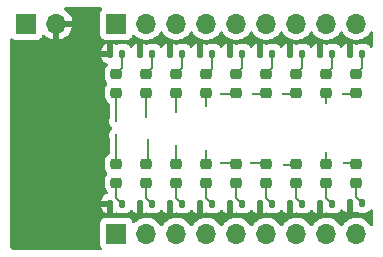
<source format=gbr>
%TF.GenerationSoftware,KiCad,Pcbnew,(6.0.9)*%
%TF.CreationDate,2024-05-18T22:59:34+02:00*%
%TF.ProjectId,Breadboard-byte-leds,42726561-6462-46f6-9172-642d62797465,rev?*%
%TF.SameCoordinates,Original*%
%TF.FileFunction,Copper,L1,Top*%
%TF.FilePolarity,Positive*%
%FSLAX46Y46*%
G04 Gerber Fmt 4.6, Leading zero omitted, Abs format (unit mm)*
G04 Created by KiCad (PCBNEW (6.0.9)) date 2024-05-18 22:59:34*
%MOMM*%
%LPD*%
G01*
G04 APERTURE LIST*
G04 Aperture macros list*
%AMRoundRect*
0 Rectangle with rounded corners*
0 $1 Rounding radius*
0 $2 $3 $4 $5 $6 $7 $8 $9 X,Y pos of 4 corners*
0 Add a 4 corners polygon primitive as box body*
4,1,4,$2,$3,$4,$5,$6,$7,$8,$9,$2,$3,0*
0 Add four circle primitives for the rounded corners*
1,1,$1+$1,$2,$3*
1,1,$1+$1,$4,$5*
1,1,$1+$1,$6,$7*
1,1,$1+$1,$8,$9*
0 Add four rect primitives between the rounded corners*
20,1,$1+$1,$2,$3,$4,$5,0*
20,1,$1+$1,$4,$5,$6,$7,0*
20,1,$1+$1,$6,$7,$8,$9,0*
20,1,$1+$1,$8,$9,$2,$3,0*%
G04 Aperture macros list end*
%TA.AperFunction,SMDPad,CuDef*%
%ADD10RoundRect,0.135000X-0.135000X-0.185000X0.135000X-0.185000X0.135000X0.185000X-0.135000X0.185000X0*%
%TD*%
%TA.AperFunction,SMDPad,CuDef*%
%ADD11RoundRect,0.218750X-0.256250X0.218750X-0.256250X-0.218750X0.256250X-0.218750X0.256250X0.218750X0*%
%TD*%
%TA.AperFunction,SMDPad,CuDef*%
%ADD12RoundRect,0.218750X0.256250X-0.218750X0.256250X0.218750X-0.256250X0.218750X-0.256250X-0.218750X0*%
%TD*%
%TA.AperFunction,ComponentPad*%
%ADD13R,1.700000X1.700000*%
%TD*%
%TA.AperFunction,ComponentPad*%
%ADD14O,1.700000X1.700000*%
%TD*%
%TA.AperFunction,ViaPad*%
%ADD15C,0.250000*%
%TD*%
%TA.AperFunction,Conductor*%
%ADD16C,0.127000*%
%TD*%
G04 APERTURE END LIST*
D10*
%TO.P,R19,1*%
%TO.N,+3.3V*%
X149350000Y-83820000D03*
%TO.P,R19,2*%
%TO.N,Net-(D10-Pad2)*%
X150370000Y-83820000D03*
%TD*%
D11*
%TO.P,D12,1,K*%
%TO.N,Net-(D12-Pad1)*%
X154940000Y-80492500D03*
%TO.P,D12,2,A*%
%TO.N,Net-(D12-Pad2)*%
X154940000Y-82067500D03*
%TD*%
D12*
%TO.P,D4,1,K*%
%TO.N,Net-(D4-Pad1)*%
X157480000Y-74447500D03*
%TO.P,D4,2,A*%
%TO.N,Net-(D4-Pad2)*%
X157480000Y-72872500D03*
%TD*%
D11*
%TO.P,D15,1,K*%
%TO.N,Net-(D15-Pad1)*%
X162560000Y-80492500D03*
%TO.P,D15,2,A*%
%TO.N,Net-(D15-Pad2)*%
X162560000Y-82067500D03*
%TD*%
D10*
%TO.P,R8,1*%
%TO.N,+3.3V*%
X167130000Y-71120000D03*
%TO.P,R8,2*%
%TO.N,Net-(D8-Pad2)*%
X168150000Y-71120000D03*
%TD*%
%TO.P,R26,1*%
%TO.N,+3.3V*%
X167130000Y-83820000D03*
%TO.P,R26,2*%
%TO.N,Net-(D17-Pad2)*%
X168150000Y-83820000D03*
%TD*%
%TO.P,R3,1*%
%TO.N,+3.3V*%
X154430000Y-71120000D03*
%TO.P,R3,2*%
%TO.N,Net-(D3-Pad2)*%
X155450000Y-71120000D03*
%TD*%
%TO.P,R7,1*%
%TO.N,+3.3V*%
X164590000Y-71120000D03*
%TO.P,R7,2*%
%TO.N,Net-(D7-Pad2)*%
X165610000Y-71120000D03*
%TD*%
%TO.P,R6,1*%
%TO.N,+3.3V*%
X162050000Y-71120000D03*
%TO.P,R6,2*%
%TO.N,Net-(D6-Pad2)*%
X163070000Y-71120000D03*
%TD*%
D11*
%TO.P,D13,1,K*%
%TO.N,Net-(D13-Pad1)*%
X157480000Y-80492500D03*
%TO.P,D13,2,A*%
%TO.N,Net-(D13-Pad2)*%
X157480000Y-82067500D03*
%TD*%
%TO.P,D16,1,K*%
%TO.N,Net-(D16-Pad1)*%
X165100000Y-80492500D03*
%TO.P,D16,2,A*%
%TO.N,Net-(D16-Pad2)*%
X165100000Y-82067500D03*
%TD*%
D12*
%TO.P,D3,1,K*%
%TO.N,Net-(D3-Pad1)*%
X154940000Y-74447500D03*
%TO.P,D3,2,A*%
%TO.N,Net-(D3-Pad2)*%
X154940000Y-72872500D03*
%TD*%
%TO.P,D9,1,K*%
%TO.N,Net-(D9-Pad1)*%
X170180000Y-74447500D03*
%TO.P,D9,2,A*%
%TO.N,Net-(D9-Pad2)*%
X170180000Y-72872500D03*
%TD*%
D10*
%TO.P,R4,1*%
%TO.N,+3.3V*%
X156970000Y-71120000D03*
%TO.P,R4,2*%
%TO.N,Net-(D4-Pad2)*%
X157990000Y-71120000D03*
%TD*%
%TO.P,R20,1*%
%TO.N,+3.3V*%
X151890000Y-83820000D03*
%TO.P,R20,2*%
%TO.N,Net-(D11-Pad2)*%
X152910000Y-83820000D03*
%TD*%
%TO.P,R9,1*%
%TO.N,+3.3V*%
X169670000Y-71120000D03*
%TO.P,R9,2*%
%TO.N,Net-(D9-Pad2)*%
X170690000Y-71120000D03*
%TD*%
%TO.P,R2,1*%
%TO.N,+3.3V*%
X151890000Y-71120000D03*
%TO.P,R2,2*%
%TO.N,Net-(D2-Pad2)*%
X152910000Y-71120000D03*
%TD*%
%TO.P,R27,1*%
%TO.N,+3.3V*%
X169670000Y-83756500D03*
%TO.P,R27,2*%
%TO.N,Net-(D18-Pad2)*%
X170690000Y-83756500D03*
%TD*%
%TO.P,R1,1*%
%TO.N,+3.3V*%
X149350000Y-71120000D03*
%TO.P,R1,2*%
%TO.N,Net-(D1-Pad2)*%
X150370000Y-71120000D03*
%TD*%
D11*
%TO.P,D14,1,K*%
%TO.N,Net-(D14-Pad1)*%
X160020000Y-80492500D03*
%TO.P,D14,2,A*%
%TO.N,Net-(D14-Pad2)*%
X160020000Y-82067500D03*
%TD*%
D10*
%TO.P,R24,1*%
%TO.N,+3.3V*%
X162050000Y-83820000D03*
%TO.P,R24,2*%
%TO.N,Net-(D15-Pad2)*%
X163070000Y-83820000D03*
%TD*%
D11*
%TO.P,D18,1,K*%
%TO.N,Net-(D18-Pad1)*%
X170180000Y-80492500D03*
%TO.P,D18,2,A*%
%TO.N,Net-(D18-Pad2)*%
X170180000Y-82067500D03*
%TD*%
D12*
%TO.P,D8,1,K*%
%TO.N,Net-(D8-Pad1)*%
X167640000Y-74447500D03*
%TO.P,D8,2,A*%
%TO.N,Net-(D8-Pad2)*%
X167640000Y-72872500D03*
%TD*%
D11*
%TO.P,D17,1,K*%
%TO.N,Net-(D17-Pad1)*%
X167640000Y-80492500D03*
%TO.P,D17,2,A*%
%TO.N,Net-(D17-Pad2)*%
X167640000Y-82067500D03*
%TD*%
D12*
%TO.P,D6,1,K*%
%TO.N,Net-(D6-Pad1)*%
X162560000Y-74447500D03*
%TO.P,D6,2,A*%
%TO.N,Net-(D6-Pad2)*%
X162560000Y-72872500D03*
%TD*%
D11*
%TO.P,D10,1,K*%
%TO.N,Net-(D10-Pad1)*%
X149860000Y-80492500D03*
%TO.P,D10,2,A*%
%TO.N,Net-(D10-Pad2)*%
X149860000Y-82067500D03*
%TD*%
D12*
%TO.P,D7,1,K*%
%TO.N,Net-(D7-Pad1)*%
X165100000Y-74447500D03*
%TO.P,D7,2,A*%
%TO.N,Net-(D7-Pad2)*%
X165100000Y-72872500D03*
%TD*%
%TO.P,D5,1,K*%
%TO.N,Net-(D5-Pad1)*%
X160020000Y-74447500D03*
%TO.P,D5,2,A*%
%TO.N,Net-(D5-Pad2)*%
X160020000Y-72872500D03*
%TD*%
D10*
%TO.P,R21,1*%
%TO.N,+3.3V*%
X154430000Y-83820000D03*
%TO.P,R21,2*%
%TO.N,Net-(D12-Pad2)*%
X155450000Y-83820000D03*
%TD*%
%TO.P,R5,1*%
%TO.N,+3.3V*%
X159510000Y-71120000D03*
%TO.P,R5,2*%
%TO.N,Net-(D5-Pad2)*%
X160530000Y-71120000D03*
%TD*%
%TO.P,R22,1*%
%TO.N,+3.3V*%
X156970000Y-83820000D03*
%TO.P,R22,2*%
%TO.N,Net-(D13-Pad2)*%
X157990000Y-83820000D03*
%TD*%
D12*
%TO.P,D1,1,K*%
%TO.N,Net-(D1-Pad1)*%
X149860000Y-74447500D03*
%TO.P,D1,2,A*%
%TO.N,Net-(D1-Pad2)*%
X149860000Y-72872500D03*
%TD*%
%TO.P,D2,1,K*%
%TO.N,Net-(D2-Pad1)*%
X152400000Y-74447500D03*
%TO.P,D2,2,A*%
%TO.N,Net-(D2-Pad2)*%
X152400000Y-72872500D03*
%TD*%
D10*
%TO.P,R25,1*%
%TO.N,+3.3V*%
X164590000Y-83820000D03*
%TO.P,R25,2*%
%TO.N,Net-(D16-Pad2)*%
X165610000Y-83820000D03*
%TD*%
%TO.P,R23,1*%
%TO.N,+3.3V*%
X159510000Y-83820000D03*
%TO.P,R23,2*%
%TO.N,Net-(D14-Pad2)*%
X160530000Y-83820000D03*
%TD*%
D11*
%TO.P,D11,1,K*%
%TO.N,Net-(D11-Pad1)*%
X152400000Y-80492500D03*
%TO.P,D11,2,A*%
%TO.N,Net-(D11-Pad2)*%
X152400000Y-82067500D03*
%TD*%
D13*
%TO.P,J2,1,Pin_1*%
%TO.N,/LED10_GATE*%
X149860000Y-86360000D03*
D14*
%TO.P,J2,2,Pin_2*%
%TO.N,/LED11_GATE*%
X152400000Y-86360000D03*
%TO.P,J2,3,Pin_3*%
%TO.N,/LED12_GATE*%
X154940000Y-86360000D03*
%TO.P,J2,4,Pin_4*%
%TO.N,/LED13_GATE*%
X157480000Y-86360000D03*
%TO.P,J2,5,Pin_5*%
%TO.N,/LED14_GATE*%
X160020000Y-86360000D03*
%TO.P,J2,6,Pin_6*%
%TO.N,/LED15_GATE*%
X162560000Y-86360000D03*
%TO.P,J2,7,Pin_7*%
%TO.N,/LED16_GATE*%
X165100000Y-86360000D03*
%TO.P,J2,8,Pin_8*%
%TO.N,/LED17_GATE*%
X167640000Y-86360000D03*
%TO.P,J2,9,Pin_9*%
%TO.N,/LED18_GATE*%
X170180000Y-86360000D03*
%TD*%
D13*
%TO.P,J3,1,Pin_1*%
%TO.N,GND*%
X142240000Y-68580000D03*
D14*
%TO.P,J3,2,Pin_2*%
%TO.N,+3.3V*%
X144780000Y-68580000D03*
%TD*%
D13*
%TO.P,J1,1,Pin_1*%
%TO.N,/LED1_GATE*%
X149860000Y-68580000D03*
D14*
%TO.P,J1,2,Pin_2*%
%TO.N,/LED2_GATE*%
X152400000Y-68580000D03*
%TO.P,J1,3,Pin_3*%
%TO.N,/LED3_GATE*%
X154940000Y-68580000D03*
%TO.P,J1,4,Pin_4*%
%TO.N,/LED4_GATE*%
X157480000Y-68580000D03*
%TO.P,J1,5,Pin_5*%
%TO.N,/LED5_GATE*%
X160020000Y-68580000D03*
%TO.P,J1,6,Pin_6*%
%TO.N,/LED6_GATE*%
X162560000Y-68580000D03*
%TO.P,J1,7,Pin_7*%
%TO.N,/LED7_GATE*%
X165100000Y-68580000D03*
%TO.P,J1,8,Pin_8*%
%TO.N,/LED8_GATE*%
X167640000Y-68580000D03*
%TO.P,J1,9,Pin_9*%
%TO.N,/LED9_GATE*%
X170180000Y-68580000D03*
%TD*%
D15*
%TO.N,Net-(D1-Pad1)*%
X149860000Y-76835000D03*
%TO.N,Net-(D2-Pad1)*%
X152400000Y-76482500D03*
%TO.N,Net-(D3-Pad1)*%
X154940000Y-76040500D03*
%TO.N,Net-(D4-Pad1)*%
X157480000Y-75565000D03*
%TO.N,Net-(D5-Pad1)*%
X158750000Y-74549000D03*
%TO.N,Net-(D6-Pad1)*%
X161417000Y-74549000D03*
%TO.N,Net-(D7-Pad1)*%
X163957000Y-74549000D03*
%TO.N,Net-(D8-Pad1)*%
X167640000Y-75311000D03*
%TO.N,Net-(D9-Pad1)*%
X169037000Y-74549000D03*
%TO.N,Net-(D10-Pad1)*%
X149860000Y-78015500D03*
%TO.N,Net-(D11-Pad1)*%
X152527000Y-78457500D03*
%TO.N,Net-(D12-Pad1)*%
X154940000Y-78899500D03*
%TO.N,Net-(D13-Pad1)*%
X157480000Y-79375000D03*
%TO.N,Net-(D14-Pad1)*%
X158750000Y-80391000D03*
%TO.N,Net-(D15-Pad1)*%
X161290000Y-80391000D03*
%TO.N,Net-(D16-Pad1)*%
X164084000Y-80518000D03*
%TO.N,Net-(D17-Pad1)*%
X167640000Y-79502000D03*
%TO.N,Net-(D18-Pad1)*%
X169164000Y-80391000D03*
%TD*%
D16*
%TO.N,Net-(D1-Pad1)*%
X149860000Y-76835000D02*
X149860000Y-74447500D01*
%TO.N,Net-(D1-Pad2)*%
X150370000Y-72362500D02*
X150370000Y-71120000D01*
X149860000Y-72872500D02*
X150370000Y-72362500D01*
%TO.N,Net-(D2-Pad1)*%
X152400000Y-76482500D02*
X152400000Y-74447500D01*
%TO.N,Net-(D2-Pad2)*%
X152400000Y-72872500D02*
X152910000Y-72362500D01*
X152910000Y-72362500D02*
X152910000Y-71120000D01*
%TO.N,Net-(D3-Pad1)*%
X154940000Y-76040500D02*
X154940000Y-74447500D01*
%TO.N,Net-(D3-Pad2)*%
X155450000Y-72362500D02*
X155450000Y-71120000D01*
X154940000Y-72872500D02*
X155450000Y-72362500D01*
%TO.N,Net-(D4-Pad1)*%
X157480000Y-75565000D02*
X157480000Y-74447500D01*
%TO.N,Net-(D4-Pad2)*%
X157505500Y-72872500D02*
X157990000Y-72388000D01*
X157990000Y-72388000D02*
X157990000Y-71120000D01*
X157480000Y-72872500D02*
X157505500Y-72872500D01*
%TO.N,Net-(D5-Pad1)*%
X159918500Y-74549000D02*
X160020000Y-74447500D01*
X158750000Y-74549000D02*
X159918500Y-74549000D01*
%TO.N,Net-(D5-Pad2)*%
X160530000Y-72362500D02*
X160530000Y-71120000D01*
X160020000Y-72872500D02*
X160530000Y-72362500D01*
%TO.N,Net-(D6-Pad1)*%
X161417000Y-74549000D02*
X162458500Y-74549000D01*
X162458500Y-74549000D02*
X162560000Y-74447500D01*
%TO.N,Net-(D6-Pad2)*%
X162560000Y-72872500D02*
X163070000Y-72362500D01*
X163070000Y-72362500D02*
X163070000Y-71120000D01*
%TO.N,Net-(D7-Pad1)*%
X163957000Y-74549000D02*
X164998500Y-74549000D01*
X164998500Y-74549000D02*
X165100000Y-74447500D01*
%TO.N,Net-(D7-Pad2)*%
X165610000Y-72362500D02*
X165610000Y-71120000D01*
X165100000Y-72872500D02*
X165610000Y-72362500D01*
%TO.N,Net-(D8-Pad1)*%
X167640000Y-75311000D02*
X167640000Y-74447500D01*
%TO.N,Net-(D8-Pad2)*%
X168150000Y-72362500D02*
X168150000Y-71120000D01*
X167640000Y-72872500D02*
X168150000Y-72362500D01*
%TO.N,Net-(D9-Pad1)*%
X169037000Y-74549000D02*
X170078500Y-74549000D01*
X170078500Y-74549000D02*
X170180000Y-74447500D01*
%TO.N,Net-(D9-Pad2)*%
X170690000Y-72362500D02*
X170690000Y-71120000D01*
X170180000Y-72872500D02*
X170690000Y-72362500D01*
%TO.N,Net-(D10-Pad1)*%
X149860000Y-78015500D02*
X149860000Y-80492500D01*
%TO.N,Net-(D10-Pad2)*%
X149860000Y-82067500D02*
X149860000Y-83310000D01*
X149860000Y-83310000D02*
X150370000Y-83820000D01*
%TO.N,Net-(D11-Pad1)*%
X152527000Y-78457500D02*
X152527000Y-80365500D01*
X152527000Y-80365500D02*
X152400000Y-80492500D01*
%TO.N,Net-(D11-Pad2)*%
X152400000Y-82067500D02*
X152400000Y-83310000D01*
X152400000Y-83310000D02*
X152910000Y-83820000D01*
%TO.N,Net-(D12-Pad1)*%
X154940000Y-78899500D02*
X154940000Y-80492500D01*
%TO.N,Net-(D12-Pad2)*%
X154940000Y-83310000D02*
X155450000Y-83820000D01*
X154940000Y-82067500D02*
X154940000Y-83310000D01*
%TO.N,Net-(D13-Pad1)*%
X157480000Y-79375000D02*
X157480000Y-80492500D01*
%TO.N,Net-(D13-Pad2)*%
X157480000Y-82067500D02*
X157480000Y-83310000D01*
X157480000Y-83310000D02*
X157990000Y-83820000D01*
%TO.N,Net-(D14-Pad1)*%
X158750000Y-80391000D02*
X159918500Y-80391000D01*
X159918500Y-80391000D02*
X160020000Y-80492500D01*
%TO.N,Net-(D14-Pad2)*%
X160020000Y-82067500D02*
X160020000Y-83310000D01*
X160020000Y-83310000D02*
X160530000Y-83820000D01*
%TO.N,Net-(D15-Pad1)*%
X162458500Y-80391000D02*
X162560000Y-80492500D01*
X161290000Y-80391000D02*
X162458500Y-80391000D01*
%TO.N,Net-(D15-Pad2)*%
X162560000Y-82067500D02*
X162560000Y-83310000D01*
X162560000Y-83310000D02*
X163070000Y-83820000D01*
%TO.N,Net-(D16-Pad1)*%
X164084000Y-80518000D02*
X165074500Y-80518000D01*
X165074500Y-80518000D02*
X165100000Y-80492500D01*
%TO.N,Net-(D16-Pad2)*%
X165100000Y-83310000D02*
X165610000Y-83820000D01*
X165100000Y-82067500D02*
X165100000Y-83310000D01*
%TO.N,Net-(D17-Pad1)*%
X167640000Y-79502000D02*
X167640000Y-80492500D01*
%TO.N,Net-(D17-Pad2)*%
X167640000Y-83310000D02*
X168150000Y-83820000D01*
X167640000Y-82067500D02*
X167640000Y-83310000D01*
%TO.N,Net-(D18-Pad1)*%
X169164000Y-80391000D02*
X170078500Y-80391000D01*
X170078500Y-80391000D02*
X170180000Y-80492500D01*
%TO.N,Net-(D18-Pad2)*%
X170180000Y-83246500D02*
X170690000Y-83756500D01*
X170180000Y-82067500D02*
X170180000Y-83246500D01*
%TD*%
%TA.AperFunction,Conductor*%
%TO.N,+3.3V*%
G36*
X148600299Y-67203502D02*
G01*
X148646792Y-67257158D01*
X148656896Y-67327432D01*
X148633004Y-67385065D01*
X148564771Y-67476108D01*
X148559385Y-67483295D01*
X148508255Y-67619684D01*
X148501500Y-67681866D01*
X148501500Y-69478134D01*
X148508255Y-69540316D01*
X148559385Y-69676705D01*
X148646739Y-69793261D01*
X148763295Y-69880615D01*
X148899684Y-69931745D01*
X148961866Y-69938500D01*
X150758134Y-69938500D01*
X150820316Y-69931745D01*
X150956705Y-69880615D01*
X151073261Y-69793261D01*
X151160615Y-69676705D01*
X151182799Y-69617529D01*
X151204598Y-69559382D01*
X151247240Y-69502618D01*
X151313802Y-69477918D01*
X151383150Y-69493126D01*
X151417817Y-69521114D01*
X151446250Y-69553938D01*
X151618126Y-69696632D01*
X151811000Y-69809338D01*
X152019692Y-69889030D01*
X152024760Y-69890061D01*
X152024763Y-69890062D01*
X152112057Y-69907822D01*
X152238597Y-69933567D01*
X152243772Y-69933757D01*
X152243774Y-69933757D01*
X152456673Y-69941564D01*
X152456677Y-69941564D01*
X152461837Y-69941753D01*
X152466957Y-69941097D01*
X152466959Y-69941097D01*
X152678288Y-69914025D01*
X152678289Y-69914025D01*
X152683416Y-69913368D01*
X152688366Y-69911883D01*
X152892429Y-69850661D01*
X152892434Y-69850659D01*
X152897384Y-69849174D01*
X153097994Y-69750896D01*
X153279860Y-69621173D01*
X153438096Y-69463489D01*
X153568453Y-69282077D01*
X153569776Y-69283028D01*
X153616645Y-69239857D01*
X153686580Y-69227625D01*
X153752026Y-69255144D01*
X153779875Y-69286994D01*
X153839987Y-69385088D01*
X153986250Y-69553938D01*
X154158126Y-69696632D01*
X154351000Y-69809338D01*
X154559692Y-69889030D01*
X154564760Y-69890061D01*
X154564763Y-69890062D01*
X154652057Y-69907822D01*
X154778597Y-69933567D01*
X154783772Y-69933757D01*
X154783774Y-69933757D01*
X154996673Y-69941564D01*
X154996677Y-69941564D01*
X155001837Y-69941753D01*
X155006957Y-69941097D01*
X155006959Y-69941097D01*
X155218288Y-69914025D01*
X155218289Y-69914025D01*
X155223416Y-69913368D01*
X155228366Y-69911883D01*
X155432429Y-69850661D01*
X155432434Y-69850659D01*
X155437384Y-69849174D01*
X155637994Y-69750896D01*
X155819860Y-69621173D01*
X155978096Y-69463489D01*
X156108453Y-69282077D01*
X156109776Y-69283028D01*
X156156645Y-69239857D01*
X156226580Y-69227625D01*
X156292026Y-69255144D01*
X156319875Y-69286994D01*
X156379987Y-69385088D01*
X156526250Y-69553938D01*
X156698126Y-69696632D01*
X156891000Y-69809338D01*
X157099692Y-69889030D01*
X157104760Y-69890061D01*
X157104763Y-69890062D01*
X157192057Y-69907822D01*
X157318597Y-69933567D01*
X157323772Y-69933757D01*
X157323774Y-69933757D01*
X157536673Y-69941564D01*
X157536677Y-69941564D01*
X157541837Y-69941753D01*
X157546957Y-69941097D01*
X157546959Y-69941097D01*
X157758288Y-69914025D01*
X157758289Y-69914025D01*
X157763416Y-69913368D01*
X157768366Y-69911883D01*
X157972429Y-69850661D01*
X157972434Y-69850659D01*
X157977384Y-69849174D01*
X158177994Y-69750896D01*
X158359860Y-69621173D01*
X158518096Y-69463489D01*
X158648453Y-69282077D01*
X158649776Y-69283028D01*
X158696645Y-69239857D01*
X158766580Y-69227625D01*
X158832026Y-69255144D01*
X158859875Y-69286994D01*
X158919987Y-69385088D01*
X159066250Y-69553938D01*
X159238126Y-69696632D01*
X159431000Y-69809338D01*
X159639692Y-69889030D01*
X159644760Y-69890061D01*
X159644763Y-69890062D01*
X159732057Y-69907822D01*
X159858597Y-69933567D01*
X159863772Y-69933757D01*
X159863774Y-69933757D01*
X160076673Y-69941564D01*
X160076677Y-69941564D01*
X160081837Y-69941753D01*
X160086957Y-69941097D01*
X160086959Y-69941097D01*
X160298288Y-69914025D01*
X160298289Y-69914025D01*
X160303416Y-69913368D01*
X160308366Y-69911883D01*
X160512429Y-69850661D01*
X160512434Y-69850659D01*
X160517384Y-69849174D01*
X160717994Y-69750896D01*
X160899860Y-69621173D01*
X161058096Y-69463489D01*
X161188453Y-69282077D01*
X161189776Y-69283028D01*
X161236645Y-69239857D01*
X161306580Y-69227625D01*
X161372026Y-69255144D01*
X161399875Y-69286994D01*
X161459987Y-69385088D01*
X161606250Y-69553938D01*
X161778126Y-69696632D01*
X161971000Y-69809338D01*
X162179692Y-69889030D01*
X162184760Y-69890061D01*
X162184763Y-69890062D01*
X162272057Y-69907822D01*
X162398597Y-69933567D01*
X162403772Y-69933757D01*
X162403774Y-69933757D01*
X162616673Y-69941564D01*
X162616677Y-69941564D01*
X162621837Y-69941753D01*
X162626957Y-69941097D01*
X162626959Y-69941097D01*
X162838288Y-69914025D01*
X162838289Y-69914025D01*
X162843416Y-69913368D01*
X162848366Y-69911883D01*
X163052429Y-69850661D01*
X163052434Y-69850659D01*
X163057384Y-69849174D01*
X163257994Y-69750896D01*
X163439860Y-69621173D01*
X163598096Y-69463489D01*
X163728453Y-69282077D01*
X163729776Y-69283028D01*
X163776645Y-69239857D01*
X163846580Y-69227625D01*
X163912026Y-69255144D01*
X163939875Y-69286994D01*
X163999987Y-69385088D01*
X164146250Y-69553938D01*
X164318126Y-69696632D01*
X164511000Y-69809338D01*
X164719692Y-69889030D01*
X164724760Y-69890061D01*
X164724763Y-69890062D01*
X164812057Y-69907822D01*
X164938597Y-69933567D01*
X164943772Y-69933757D01*
X164943774Y-69933757D01*
X165156673Y-69941564D01*
X165156677Y-69941564D01*
X165161837Y-69941753D01*
X165166957Y-69941097D01*
X165166959Y-69941097D01*
X165378288Y-69914025D01*
X165378289Y-69914025D01*
X165383416Y-69913368D01*
X165388366Y-69911883D01*
X165592429Y-69850661D01*
X165592434Y-69850659D01*
X165597384Y-69849174D01*
X165797994Y-69750896D01*
X165979860Y-69621173D01*
X166138096Y-69463489D01*
X166268453Y-69282077D01*
X166269776Y-69283028D01*
X166316645Y-69239857D01*
X166386580Y-69227625D01*
X166452026Y-69255144D01*
X166479875Y-69286994D01*
X166539987Y-69385088D01*
X166686250Y-69553938D01*
X166858126Y-69696632D01*
X167051000Y-69809338D01*
X167259692Y-69889030D01*
X167264760Y-69890061D01*
X167264763Y-69890062D01*
X167352057Y-69907822D01*
X167478597Y-69933567D01*
X167483772Y-69933757D01*
X167483774Y-69933757D01*
X167696673Y-69941564D01*
X167696677Y-69941564D01*
X167701837Y-69941753D01*
X167706957Y-69941097D01*
X167706959Y-69941097D01*
X167918288Y-69914025D01*
X167918289Y-69914025D01*
X167923416Y-69913368D01*
X167928366Y-69911883D01*
X168132429Y-69850661D01*
X168132434Y-69850659D01*
X168137384Y-69849174D01*
X168337994Y-69750896D01*
X168519860Y-69621173D01*
X168678096Y-69463489D01*
X168808453Y-69282077D01*
X168809776Y-69283028D01*
X168856645Y-69239857D01*
X168926580Y-69227625D01*
X168992026Y-69255144D01*
X169019875Y-69286994D01*
X169079987Y-69385088D01*
X169226250Y-69553938D01*
X169398126Y-69696632D01*
X169591000Y-69809338D01*
X169799692Y-69889030D01*
X169804760Y-69890061D01*
X169804763Y-69890062D01*
X169892057Y-69907822D01*
X170018597Y-69933567D01*
X170023772Y-69933757D01*
X170023774Y-69933757D01*
X170236673Y-69941564D01*
X170236677Y-69941564D01*
X170241837Y-69941753D01*
X170246957Y-69941097D01*
X170246959Y-69941097D01*
X170458288Y-69914025D01*
X170458289Y-69914025D01*
X170463416Y-69913368D01*
X170468366Y-69911883D01*
X170672429Y-69850661D01*
X170672434Y-69850659D01*
X170677384Y-69849174D01*
X170877994Y-69750896D01*
X171059860Y-69621173D01*
X171218096Y-69463489D01*
X171348177Y-69282461D01*
X171404172Y-69238813D01*
X171474875Y-69232367D01*
X171537840Y-69265170D01*
X171573074Y-69326806D01*
X171576500Y-69355987D01*
X171576500Y-70480997D01*
X171556498Y-70549118D01*
X171502842Y-70595611D01*
X171432568Y-70605715D01*
X171367988Y-70576221D01*
X171346501Y-70550473D01*
X171346403Y-70550549D01*
X171344279Y-70547812D01*
X171342045Y-70545134D01*
X171341540Y-70544280D01*
X171337506Y-70537459D01*
X171222541Y-70422494D01*
X171136352Y-70371522D01*
X171089419Y-70343766D01*
X171089418Y-70343766D01*
X171082596Y-70339731D01*
X171074985Y-70337520D01*
X171074983Y-70337519D01*
X170932644Y-70296166D01*
X170932645Y-70296166D01*
X170926466Y-70294371D01*
X170920059Y-70293867D01*
X170920055Y-70293866D01*
X170892444Y-70291693D01*
X170892438Y-70291693D01*
X170889989Y-70291500D01*
X170690122Y-70291500D01*
X170490012Y-70291501D01*
X170453534Y-70294371D01*
X170356730Y-70322495D01*
X170305017Y-70337519D01*
X170305015Y-70337520D01*
X170297404Y-70339731D01*
X170243647Y-70371523D01*
X170174834Y-70388982D01*
X170115370Y-70371522D01*
X170069220Y-70344229D01*
X170054783Y-70337981D01*
X169941395Y-70305039D01*
X169927295Y-70305079D01*
X169924000Y-70312349D01*
X169924000Y-70782458D01*
X169918997Y-70817610D01*
X169916166Y-70827353D01*
X169916165Y-70827360D01*
X169914371Y-70833534D01*
X169913867Y-70839941D01*
X169913866Y-70839945D01*
X169911693Y-70867556D01*
X169911500Y-70870011D01*
X169911500Y-70872480D01*
X169911501Y-71248000D01*
X169891499Y-71316120D01*
X169837844Y-71362613D01*
X169785501Y-71374000D01*
X169542000Y-71374000D01*
X169473879Y-71353998D01*
X169427386Y-71300342D01*
X169416000Y-71248000D01*
X169416000Y-70318100D01*
X169412027Y-70304569D01*
X169404129Y-70303434D01*
X169285217Y-70337981D01*
X169270778Y-70344230D01*
X169144595Y-70418854D01*
X169132159Y-70428501D01*
X169028501Y-70532159D01*
X169018856Y-70544593D01*
X169018745Y-70544781D01*
X169018619Y-70544899D01*
X169013998Y-70550856D01*
X169013037Y-70550111D01*
X168966852Y-70593234D01*
X168897002Y-70605940D01*
X168831371Y-70578865D01*
X168806661Y-70550349D01*
X168806403Y-70550549D01*
X168802716Y-70545797D01*
X168801839Y-70544784D01*
X168801544Y-70544285D01*
X168801539Y-70544279D01*
X168797506Y-70537459D01*
X168682541Y-70422494D01*
X168596352Y-70371522D01*
X168549419Y-70343766D01*
X168549418Y-70343766D01*
X168542596Y-70339731D01*
X168534985Y-70337520D01*
X168534983Y-70337519D01*
X168392644Y-70296166D01*
X168392645Y-70296166D01*
X168386466Y-70294371D01*
X168380059Y-70293867D01*
X168380055Y-70293866D01*
X168352444Y-70291693D01*
X168352438Y-70291693D01*
X168349989Y-70291500D01*
X168150122Y-70291500D01*
X167950012Y-70291501D01*
X167913534Y-70294371D01*
X167816730Y-70322495D01*
X167765017Y-70337519D01*
X167765015Y-70337520D01*
X167757404Y-70339731D01*
X167703647Y-70371523D01*
X167634834Y-70388982D01*
X167575370Y-70371522D01*
X167529220Y-70344229D01*
X167514783Y-70337981D01*
X167401395Y-70305039D01*
X167387295Y-70305079D01*
X167384000Y-70312349D01*
X167384000Y-70782458D01*
X167378997Y-70817610D01*
X167376166Y-70827353D01*
X167376165Y-70827360D01*
X167374371Y-70833534D01*
X167373867Y-70839941D01*
X167373866Y-70839945D01*
X167371693Y-70867556D01*
X167371500Y-70870011D01*
X167371500Y-70872480D01*
X167371501Y-71248000D01*
X167351499Y-71316120D01*
X167297844Y-71362613D01*
X167245501Y-71374000D01*
X167002000Y-71374000D01*
X166933879Y-71353998D01*
X166887386Y-71300342D01*
X166876000Y-71248000D01*
X166876000Y-70318100D01*
X166872027Y-70304569D01*
X166864129Y-70303434D01*
X166745217Y-70337981D01*
X166730778Y-70344230D01*
X166604595Y-70418854D01*
X166592159Y-70428501D01*
X166488501Y-70532159D01*
X166478856Y-70544593D01*
X166478745Y-70544781D01*
X166478619Y-70544899D01*
X166473998Y-70550856D01*
X166473037Y-70550111D01*
X166426852Y-70593234D01*
X166357002Y-70605940D01*
X166291371Y-70578865D01*
X166266661Y-70550349D01*
X166266403Y-70550549D01*
X166262716Y-70545797D01*
X166261839Y-70544784D01*
X166261544Y-70544285D01*
X166261539Y-70544279D01*
X166257506Y-70537459D01*
X166142541Y-70422494D01*
X166056352Y-70371522D01*
X166009419Y-70343766D01*
X166009418Y-70343766D01*
X166002596Y-70339731D01*
X165994985Y-70337520D01*
X165994983Y-70337519D01*
X165852644Y-70296166D01*
X165852645Y-70296166D01*
X165846466Y-70294371D01*
X165840059Y-70293867D01*
X165840055Y-70293866D01*
X165812444Y-70291693D01*
X165812438Y-70291693D01*
X165809989Y-70291500D01*
X165610122Y-70291500D01*
X165410012Y-70291501D01*
X165373534Y-70294371D01*
X165276730Y-70322495D01*
X165225017Y-70337519D01*
X165225015Y-70337520D01*
X165217404Y-70339731D01*
X165163647Y-70371523D01*
X165094834Y-70388982D01*
X165035370Y-70371522D01*
X164989220Y-70344229D01*
X164974783Y-70337981D01*
X164861395Y-70305039D01*
X164847295Y-70305079D01*
X164844000Y-70312349D01*
X164844000Y-70782458D01*
X164838997Y-70817610D01*
X164836166Y-70827353D01*
X164836165Y-70827360D01*
X164834371Y-70833534D01*
X164833867Y-70839941D01*
X164833866Y-70839945D01*
X164831693Y-70867556D01*
X164831500Y-70870011D01*
X164831500Y-70872480D01*
X164831501Y-71248000D01*
X164811499Y-71316120D01*
X164757844Y-71362613D01*
X164705501Y-71374000D01*
X164462000Y-71374000D01*
X164393879Y-71353998D01*
X164347386Y-71300342D01*
X164336000Y-71248000D01*
X164336000Y-70318100D01*
X164332027Y-70304569D01*
X164324129Y-70303434D01*
X164205217Y-70337981D01*
X164190778Y-70344230D01*
X164064595Y-70418854D01*
X164052159Y-70428501D01*
X163948501Y-70532159D01*
X163938856Y-70544593D01*
X163938745Y-70544781D01*
X163938619Y-70544899D01*
X163933998Y-70550856D01*
X163933037Y-70550111D01*
X163886852Y-70593234D01*
X163817002Y-70605940D01*
X163751371Y-70578865D01*
X163726661Y-70550349D01*
X163726403Y-70550549D01*
X163722716Y-70545797D01*
X163721839Y-70544784D01*
X163721544Y-70544285D01*
X163721539Y-70544279D01*
X163717506Y-70537459D01*
X163602541Y-70422494D01*
X163516352Y-70371522D01*
X163469419Y-70343766D01*
X163469418Y-70343766D01*
X163462596Y-70339731D01*
X163454985Y-70337520D01*
X163454983Y-70337519D01*
X163312644Y-70296166D01*
X163312645Y-70296166D01*
X163306466Y-70294371D01*
X163300059Y-70293867D01*
X163300055Y-70293866D01*
X163272444Y-70291693D01*
X163272438Y-70291693D01*
X163269989Y-70291500D01*
X163070122Y-70291500D01*
X162870012Y-70291501D01*
X162833534Y-70294371D01*
X162736730Y-70322495D01*
X162685017Y-70337519D01*
X162685015Y-70337520D01*
X162677404Y-70339731D01*
X162623647Y-70371523D01*
X162554834Y-70388982D01*
X162495370Y-70371522D01*
X162449220Y-70344229D01*
X162434783Y-70337981D01*
X162321395Y-70305039D01*
X162307295Y-70305079D01*
X162304000Y-70312349D01*
X162304000Y-70782458D01*
X162298997Y-70817610D01*
X162296166Y-70827353D01*
X162296165Y-70827360D01*
X162294371Y-70833534D01*
X162293867Y-70839941D01*
X162293866Y-70839945D01*
X162291693Y-70867556D01*
X162291500Y-70870011D01*
X162291500Y-70872480D01*
X162291501Y-71248000D01*
X162271499Y-71316120D01*
X162217844Y-71362613D01*
X162165501Y-71374000D01*
X161922000Y-71374000D01*
X161853879Y-71353998D01*
X161807386Y-71300342D01*
X161796000Y-71248000D01*
X161796000Y-70318100D01*
X161792027Y-70304569D01*
X161784129Y-70303434D01*
X161665217Y-70337981D01*
X161650778Y-70344230D01*
X161524595Y-70418854D01*
X161512159Y-70428501D01*
X161408501Y-70532159D01*
X161398856Y-70544593D01*
X161398745Y-70544781D01*
X161398619Y-70544899D01*
X161393998Y-70550856D01*
X161393037Y-70550111D01*
X161346852Y-70593234D01*
X161277002Y-70605940D01*
X161211371Y-70578865D01*
X161186661Y-70550349D01*
X161186403Y-70550549D01*
X161182716Y-70545797D01*
X161181839Y-70544784D01*
X161181544Y-70544285D01*
X161181539Y-70544279D01*
X161177506Y-70537459D01*
X161062541Y-70422494D01*
X160976352Y-70371522D01*
X160929419Y-70343766D01*
X160929418Y-70343766D01*
X160922596Y-70339731D01*
X160914985Y-70337520D01*
X160914983Y-70337519D01*
X160772644Y-70296166D01*
X160772645Y-70296166D01*
X160766466Y-70294371D01*
X160760059Y-70293867D01*
X160760055Y-70293866D01*
X160732444Y-70291693D01*
X160732438Y-70291693D01*
X160729989Y-70291500D01*
X160530122Y-70291500D01*
X160330012Y-70291501D01*
X160293534Y-70294371D01*
X160196730Y-70322495D01*
X160145017Y-70337519D01*
X160145015Y-70337520D01*
X160137404Y-70339731D01*
X160083647Y-70371523D01*
X160014834Y-70388982D01*
X159955370Y-70371522D01*
X159909220Y-70344229D01*
X159894783Y-70337981D01*
X159781395Y-70305039D01*
X159767295Y-70305079D01*
X159764000Y-70312349D01*
X159764000Y-70782458D01*
X159758997Y-70817610D01*
X159756166Y-70827353D01*
X159756165Y-70827360D01*
X159754371Y-70833534D01*
X159753867Y-70839941D01*
X159753866Y-70839945D01*
X159751693Y-70867556D01*
X159751500Y-70870011D01*
X159751500Y-70872480D01*
X159751501Y-71248000D01*
X159731499Y-71316120D01*
X159677844Y-71362613D01*
X159625501Y-71374000D01*
X159382000Y-71374000D01*
X159313879Y-71353998D01*
X159267386Y-71300342D01*
X159256000Y-71248000D01*
X159256000Y-70318100D01*
X159252027Y-70304569D01*
X159244129Y-70303434D01*
X159125217Y-70337981D01*
X159110778Y-70344230D01*
X158984595Y-70418854D01*
X158972159Y-70428501D01*
X158868501Y-70532159D01*
X158858856Y-70544593D01*
X158858745Y-70544781D01*
X158858619Y-70544899D01*
X158853998Y-70550856D01*
X158853037Y-70550111D01*
X158806852Y-70593234D01*
X158737002Y-70605940D01*
X158671371Y-70578865D01*
X158646661Y-70550349D01*
X158646403Y-70550549D01*
X158642716Y-70545797D01*
X158641839Y-70544784D01*
X158641544Y-70544285D01*
X158641539Y-70544279D01*
X158637506Y-70537459D01*
X158522541Y-70422494D01*
X158436352Y-70371522D01*
X158389419Y-70343766D01*
X158389418Y-70343766D01*
X158382596Y-70339731D01*
X158374985Y-70337520D01*
X158374983Y-70337519D01*
X158232644Y-70296166D01*
X158232645Y-70296166D01*
X158226466Y-70294371D01*
X158220059Y-70293867D01*
X158220055Y-70293866D01*
X158192444Y-70291693D01*
X158192438Y-70291693D01*
X158189989Y-70291500D01*
X157990122Y-70291500D01*
X157790012Y-70291501D01*
X157753534Y-70294371D01*
X157656730Y-70322495D01*
X157605017Y-70337519D01*
X157605015Y-70337520D01*
X157597404Y-70339731D01*
X157543647Y-70371523D01*
X157474834Y-70388982D01*
X157415370Y-70371522D01*
X157369220Y-70344229D01*
X157354783Y-70337981D01*
X157241395Y-70305039D01*
X157227295Y-70305079D01*
X157224000Y-70312349D01*
X157224000Y-70782458D01*
X157218997Y-70817610D01*
X157216166Y-70827353D01*
X157216165Y-70827360D01*
X157214371Y-70833534D01*
X157213867Y-70839941D01*
X157213866Y-70839945D01*
X157211693Y-70867556D01*
X157211500Y-70870011D01*
X157211500Y-70872480D01*
X157211501Y-71248000D01*
X157191499Y-71316120D01*
X157137844Y-71362613D01*
X157085501Y-71374000D01*
X156842000Y-71374000D01*
X156773879Y-71353998D01*
X156727386Y-71300342D01*
X156716000Y-71248000D01*
X156716000Y-70318100D01*
X156712027Y-70304569D01*
X156704129Y-70303434D01*
X156585217Y-70337981D01*
X156570778Y-70344230D01*
X156444595Y-70418854D01*
X156432159Y-70428501D01*
X156328501Y-70532159D01*
X156318856Y-70544593D01*
X156318745Y-70544781D01*
X156318619Y-70544899D01*
X156313998Y-70550856D01*
X156313037Y-70550111D01*
X156266852Y-70593234D01*
X156197002Y-70605940D01*
X156131371Y-70578865D01*
X156106661Y-70550349D01*
X156106403Y-70550549D01*
X156102716Y-70545797D01*
X156101839Y-70544784D01*
X156101544Y-70544285D01*
X156101539Y-70544279D01*
X156097506Y-70537459D01*
X155982541Y-70422494D01*
X155896352Y-70371522D01*
X155849419Y-70343766D01*
X155849418Y-70343766D01*
X155842596Y-70339731D01*
X155834985Y-70337520D01*
X155834983Y-70337519D01*
X155692644Y-70296166D01*
X155692645Y-70296166D01*
X155686466Y-70294371D01*
X155680059Y-70293867D01*
X155680055Y-70293866D01*
X155652444Y-70291693D01*
X155652438Y-70291693D01*
X155649989Y-70291500D01*
X155450122Y-70291500D01*
X155250012Y-70291501D01*
X155213534Y-70294371D01*
X155116730Y-70322495D01*
X155065017Y-70337519D01*
X155065015Y-70337520D01*
X155057404Y-70339731D01*
X155003647Y-70371523D01*
X154934834Y-70388982D01*
X154875370Y-70371522D01*
X154829220Y-70344229D01*
X154814783Y-70337981D01*
X154701395Y-70305039D01*
X154687295Y-70305079D01*
X154684000Y-70312349D01*
X154684000Y-70782458D01*
X154678997Y-70817610D01*
X154676166Y-70827353D01*
X154676165Y-70827360D01*
X154674371Y-70833534D01*
X154673867Y-70839941D01*
X154673866Y-70839945D01*
X154671693Y-70867556D01*
X154671500Y-70870011D01*
X154671500Y-70872480D01*
X154671501Y-71248000D01*
X154651499Y-71316120D01*
X154597844Y-71362613D01*
X154545501Y-71374000D01*
X154302000Y-71374000D01*
X154233879Y-71353998D01*
X154187386Y-71300342D01*
X154176000Y-71248000D01*
X154176000Y-70318100D01*
X154172027Y-70304569D01*
X154164129Y-70303434D01*
X154045217Y-70337981D01*
X154030778Y-70344230D01*
X153904595Y-70418854D01*
X153892159Y-70428501D01*
X153788501Y-70532159D01*
X153778856Y-70544593D01*
X153778745Y-70544781D01*
X153778619Y-70544899D01*
X153773998Y-70550856D01*
X153773037Y-70550111D01*
X153726852Y-70593234D01*
X153657002Y-70605940D01*
X153591371Y-70578865D01*
X153566661Y-70550349D01*
X153566403Y-70550549D01*
X153562716Y-70545797D01*
X153561839Y-70544784D01*
X153561544Y-70544285D01*
X153561539Y-70544279D01*
X153557506Y-70537459D01*
X153442541Y-70422494D01*
X153356352Y-70371522D01*
X153309419Y-70343766D01*
X153309418Y-70343766D01*
X153302596Y-70339731D01*
X153294985Y-70337520D01*
X153294983Y-70337519D01*
X153152644Y-70296166D01*
X153152645Y-70296166D01*
X153146466Y-70294371D01*
X153140059Y-70293867D01*
X153140055Y-70293866D01*
X153112444Y-70291693D01*
X153112438Y-70291693D01*
X153109989Y-70291500D01*
X152910122Y-70291500D01*
X152710012Y-70291501D01*
X152673534Y-70294371D01*
X152576730Y-70322495D01*
X152525017Y-70337519D01*
X152525015Y-70337520D01*
X152517404Y-70339731D01*
X152463647Y-70371523D01*
X152394834Y-70388982D01*
X152335370Y-70371522D01*
X152289220Y-70344229D01*
X152274783Y-70337981D01*
X152161395Y-70305039D01*
X152147295Y-70305079D01*
X152144000Y-70312349D01*
X152144000Y-70782458D01*
X152138997Y-70817610D01*
X152136166Y-70827353D01*
X152136165Y-70827360D01*
X152134371Y-70833534D01*
X152133867Y-70839941D01*
X152133866Y-70839945D01*
X152131693Y-70867556D01*
X152131500Y-70870011D01*
X152131500Y-70872480D01*
X152131501Y-71248000D01*
X152111499Y-71316120D01*
X152057844Y-71362613D01*
X152005501Y-71374000D01*
X151762000Y-71374000D01*
X151693879Y-71353998D01*
X151647386Y-71300342D01*
X151636000Y-71248000D01*
X151636000Y-70318100D01*
X151632027Y-70304569D01*
X151624129Y-70303434D01*
X151505217Y-70337981D01*
X151490778Y-70344230D01*
X151364595Y-70418854D01*
X151352159Y-70428501D01*
X151248501Y-70532159D01*
X151238856Y-70544593D01*
X151238745Y-70544781D01*
X151238619Y-70544899D01*
X151233998Y-70550856D01*
X151233037Y-70550111D01*
X151186852Y-70593234D01*
X151117002Y-70605940D01*
X151051371Y-70578865D01*
X151026661Y-70550349D01*
X151026403Y-70550549D01*
X151022716Y-70545797D01*
X151021839Y-70544784D01*
X151021544Y-70544285D01*
X151021539Y-70544279D01*
X151017506Y-70537459D01*
X150902541Y-70422494D01*
X150816352Y-70371522D01*
X150769419Y-70343766D01*
X150769418Y-70343766D01*
X150762596Y-70339731D01*
X150754985Y-70337520D01*
X150754983Y-70337519D01*
X150612644Y-70296166D01*
X150612645Y-70296166D01*
X150606466Y-70294371D01*
X150600059Y-70293867D01*
X150600055Y-70293866D01*
X150572444Y-70291693D01*
X150572438Y-70291693D01*
X150569989Y-70291500D01*
X150370122Y-70291500D01*
X150170012Y-70291501D01*
X150133534Y-70294371D01*
X150036730Y-70322495D01*
X149985017Y-70337519D01*
X149985015Y-70337520D01*
X149977404Y-70339731D01*
X149923647Y-70371523D01*
X149854834Y-70388982D01*
X149795370Y-70371522D01*
X149749220Y-70344229D01*
X149734783Y-70337981D01*
X149621395Y-70305039D01*
X149607295Y-70305079D01*
X149604000Y-70312349D01*
X149604000Y-70782458D01*
X149598997Y-70817610D01*
X149596166Y-70827353D01*
X149596165Y-70827360D01*
X149594371Y-70833534D01*
X149593867Y-70839941D01*
X149593866Y-70839945D01*
X149591693Y-70867556D01*
X149591500Y-70870011D01*
X149591500Y-70872480D01*
X149591501Y-71248000D01*
X149571499Y-71316120D01*
X149517844Y-71362613D01*
X149465501Y-71374000D01*
X148590434Y-71374000D01*
X148575639Y-71378344D01*
X148573579Y-71390003D01*
X148574363Y-71399977D01*
X148576662Y-71412564D01*
X148617981Y-71554783D01*
X148624230Y-71569222D01*
X148698854Y-71695405D01*
X148708501Y-71707841D01*
X148812159Y-71811499D01*
X148824595Y-71821146D01*
X148950778Y-71895770D01*
X148965215Y-71902018D01*
X149040921Y-71924013D01*
X149100756Y-71962226D01*
X149130433Y-72026723D01*
X149120529Y-72097025D01*
X149094940Y-72134028D01*
X149029136Y-72199947D01*
X148940151Y-72344308D01*
X148886762Y-72505269D01*
X148876500Y-72605428D01*
X148876500Y-73139572D01*
X148887022Y-73240982D01*
X148940692Y-73401849D01*
X149029929Y-73546055D01*
X149054805Y-73570887D01*
X149088884Y-73633168D01*
X149083882Y-73703988D01*
X149054960Y-73749078D01*
X149029136Y-73774947D01*
X148940151Y-73919308D01*
X148937846Y-73926256D01*
X148937846Y-73926257D01*
X148911914Y-74004440D01*
X148886762Y-74080269D01*
X148876500Y-74180428D01*
X148876500Y-74714572D01*
X148887022Y-74815982D01*
X148940692Y-74976849D01*
X149029929Y-75121055D01*
X149149947Y-75240864D01*
X149156175Y-75244703D01*
X149156178Y-75244705D01*
X149228116Y-75289048D01*
X149275609Y-75341820D01*
X149288000Y-75396308D01*
X149288000Y-76534353D01*
X149279393Y-76580123D01*
X149241896Y-76676298D01*
X149240905Y-76683825D01*
X149228438Y-76778522D01*
X149221882Y-76828317D01*
X149238708Y-76980723D01*
X149241317Y-76987854D01*
X149241318Y-76987856D01*
X149250897Y-77014031D01*
X149291402Y-77124715D01*
X149295640Y-77131021D01*
X149295640Y-77131022D01*
X149372681Y-77245673D01*
X149372684Y-77245676D01*
X149376921Y-77251982D01*
X149393371Y-77266950D01*
X149465458Y-77332545D01*
X149502380Y-77393185D01*
X149500657Y-77464161D01*
X149463488Y-77520686D01*
X149385760Y-77588492D01*
X149297594Y-77713940D01*
X149241896Y-77856798D01*
X149240905Y-77864325D01*
X149232299Y-77929696D01*
X149221882Y-78008817D01*
X149238708Y-78161223D01*
X149241317Y-78168354D01*
X149241318Y-78168356D01*
X149280326Y-78274949D01*
X149288000Y-78318250D01*
X149288000Y-79543677D01*
X149267998Y-79611798D01*
X149228302Y-79650822D01*
X149148945Y-79699929D01*
X149029136Y-79819947D01*
X149025296Y-79826177D01*
X149025295Y-79826178D01*
X149021754Y-79831923D01*
X148940151Y-79964308D01*
X148937846Y-79971256D01*
X148937846Y-79971257D01*
X148928469Y-79999529D01*
X148886762Y-80125269D01*
X148876500Y-80225428D01*
X148876500Y-80759572D01*
X148887022Y-80860982D01*
X148940692Y-81021849D01*
X149029929Y-81166055D01*
X149054805Y-81190887D01*
X149088884Y-81253168D01*
X149083882Y-81323988D01*
X149054960Y-81369078D01*
X149029136Y-81394947D01*
X148940151Y-81539308D01*
X148886762Y-81700269D01*
X148876500Y-81800428D01*
X148876500Y-82334572D01*
X148887022Y-82435982D01*
X148940692Y-82596849D01*
X149029929Y-82741055D01*
X149035107Y-82746224D01*
X149094800Y-82805813D01*
X149128879Y-82868095D01*
X149123876Y-82938916D01*
X149081379Y-82995788D01*
X149040935Y-83015983D01*
X148965217Y-83037981D01*
X148950778Y-83044230D01*
X148824595Y-83118854D01*
X148812159Y-83128501D01*
X148708501Y-83232159D01*
X148698854Y-83244595D01*
X148624230Y-83370778D01*
X148617981Y-83385217D01*
X148576662Y-83527436D01*
X148574363Y-83540023D01*
X148573740Y-83547943D01*
X148576910Y-83563030D01*
X148588374Y-83566000D01*
X149273309Y-83566000D01*
X149341430Y-83586002D01*
X149373271Y-83615296D01*
X149403319Y-83654455D01*
X149447014Y-83711400D01*
X149447019Y-83711405D01*
X149452045Y-83717955D01*
X149458595Y-83722981D01*
X149458598Y-83722984D01*
X149475495Y-83735949D01*
X149487886Y-83746816D01*
X149554596Y-83813526D01*
X149588622Y-83875838D01*
X149591501Y-83902621D01*
X149591501Y-84069988D01*
X149594371Y-84106466D01*
X149596167Y-84112648D01*
X149596168Y-84112653D01*
X149598997Y-84122390D01*
X149604000Y-84157542D01*
X149604000Y-84621900D01*
X149607973Y-84635431D01*
X149615871Y-84636566D01*
X149734783Y-84602019D01*
X149749220Y-84595771D01*
X149795370Y-84568478D01*
X149864187Y-84551018D01*
X149923646Y-84568477D01*
X149977404Y-84600269D01*
X149985015Y-84602480D01*
X149985017Y-84602481D01*
X150051858Y-84621900D01*
X150133534Y-84645629D01*
X150139941Y-84646133D01*
X150139945Y-84646134D01*
X150167556Y-84648307D01*
X150167562Y-84648307D01*
X150170011Y-84648500D01*
X150369878Y-84648500D01*
X150569988Y-84648499D01*
X150606466Y-84645629D01*
X150703270Y-84617505D01*
X150754983Y-84602481D01*
X150754985Y-84602480D01*
X150762596Y-84600269D01*
X150770204Y-84595770D01*
X150895720Y-84521540D01*
X150902541Y-84517506D01*
X151017506Y-84402541D01*
X151021540Y-84395720D01*
X151021544Y-84395715D01*
X151021839Y-84395216D01*
X151022172Y-84394905D01*
X151026403Y-84389451D01*
X151027283Y-84390133D01*
X151073733Y-84346764D01*
X151143583Y-84334060D01*
X151209214Y-84361137D01*
X151233689Y-84389384D01*
X151233998Y-84389144D01*
X151238414Y-84394837D01*
X151238745Y-84395219D01*
X151238856Y-84395407D01*
X151248501Y-84407841D01*
X151352159Y-84511499D01*
X151364595Y-84521146D01*
X151490778Y-84595770D01*
X151505217Y-84602019D01*
X151618605Y-84634961D01*
X151632705Y-84634921D01*
X151636000Y-84627651D01*
X151636000Y-83692000D01*
X151656002Y-83623879D01*
X151709658Y-83577386D01*
X151762000Y-83566000D01*
X151813309Y-83566000D01*
X151881430Y-83586002D01*
X151913271Y-83615296D01*
X151943319Y-83654455D01*
X151987014Y-83711400D01*
X151987019Y-83711405D01*
X151992045Y-83717955D01*
X151998595Y-83722981D01*
X151998598Y-83722984D01*
X152015495Y-83735949D01*
X152027886Y-83746816D01*
X152094596Y-83813526D01*
X152128622Y-83875838D01*
X152131501Y-83902621D01*
X152131501Y-84069988D01*
X152134371Y-84106466D01*
X152136167Y-84112648D01*
X152136168Y-84112653D01*
X152138997Y-84122390D01*
X152144000Y-84157542D01*
X152144000Y-84621900D01*
X152147973Y-84635431D01*
X152155871Y-84636566D01*
X152274783Y-84602019D01*
X152289220Y-84595771D01*
X152335370Y-84568478D01*
X152404187Y-84551018D01*
X152463646Y-84568477D01*
X152517404Y-84600269D01*
X152525015Y-84602480D01*
X152525017Y-84602481D01*
X152591858Y-84621900D01*
X152673534Y-84645629D01*
X152679941Y-84646133D01*
X152679945Y-84646134D01*
X152707556Y-84648307D01*
X152707562Y-84648307D01*
X152710011Y-84648500D01*
X152909878Y-84648500D01*
X153109988Y-84648499D01*
X153146466Y-84645629D01*
X153243270Y-84617505D01*
X153294983Y-84602481D01*
X153294985Y-84602480D01*
X153302596Y-84600269D01*
X153310204Y-84595770D01*
X153435720Y-84521540D01*
X153442541Y-84517506D01*
X153557506Y-84402541D01*
X153561540Y-84395720D01*
X153561544Y-84395715D01*
X153561839Y-84395216D01*
X153562172Y-84394905D01*
X153566403Y-84389451D01*
X153567283Y-84390133D01*
X153613733Y-84346764D01*
X153683583Y-84334060D01*
X153749214Y-84361137D01*
X153773689Y-84389384D01*
X153773998Y-84389144D01*
X153778414Y-84394837D01*
X153778745Y-84395219D01*
X153778856Y-84395407D01*
X153788501Y-84407841D01*
X153892159Y-84511499D01*
X153904595Y-84521146D01*
X154030778Y-84595770D01*
X154045217Y-84602019D01*
X154158605Y-84634961D01*
X154172705Y-84634921D01*
X154176000Y-84627651D01*
X154176000Y-83692000D01*
X154196002Y-83623879D01*
X154249658Y-83577386D01*
X154302000Y-83566000D01*
X154353309Y-83566000D01*
X154421430Y-83586002D01*
X154453271Y-83615296D01*
X154483319Y-83654455D01*
X154527014Y-83711400D01*
X154527019Y-83711405D01*
X154532045Y-83717955D01*
X154538595Y-83722981D01*
X154538598Y-83722984D01*
X154555495Y-83735949D01*
X154567886Y-83746816D01*
X154634596Y-83813526D01*
X154668622Y-83875838D01*
X154671501Y-83902621D01*
X154671501Y-84069988D01*
X154674371Y-84106466D01*
X154676167Y-84112648D01*
X154676168Y-84112653D01*
X154678997Y-84122390D01*
X154684000Y-84157542D01*
X154684000Y-84621900D01*
X154687973Y-84635431D01*
X154695871Y-84636566D01*
X154814783Y-84602019D01*
X154829220Y-84595771D01*
X154875370Y-84568478D01*
X154944187Y-84551018D01*
X155003646Y-84568477D01*
X155057404Y-84600269D01*
X155065015Y-84602480D01*
X155065017Y-84602481D01*
X155131858Y-84621900D01*
X155213534Y-84645629D01*
X155219941Y-84646133D01*
X155219945Y-84646134D01*
X155247556Y-84648307D01*
X155247562Y-84648307D01*
X155250011Y-84648500D01*
X155449878Y-84648500D01*
X155649988Y-84648499D01*
X155686466Y-84645629D01*
X155783270Y-84617505D01*
X155834983Y-84602481D01*
X155834985Y-84602480D01*
X155842596Y-84600269D01*
X155850204Y-84595770D01*
X155975720Y-84521540D01*
X155982541Y-84517506D01*
X156097506Y-84402541D01*
X156101540Y-84395720D01*
X156101544Y-84395715D01*
X156101839Y-84395216D01*
X156102172Y-84394905D01*
X156106403Y-84389451D01*
X156107283Y-84390133D01*
X156153733Y-84346764D01*
X156223583Y-84334060D01*
X156289214Y-84361137D01*
X156313689Y-84389384D01*
X156313998Y-84389144D01*
X156318414Y-84394837D01*
X156318745Y-84395219D01*
X156318856Y-84395407D01*
X156328501Y-84407841D01*
X156432159Y-84511499D01*
X156444595Y-84521146D01*
X156570778Y-84595770D01*
X156585217Y-84602019D01*
X156698605Y-84634961D01*
X156712705Y-84634921D01*
X156716000Y-84627651D01*
X156716000Y-83692000D01*
X156736002Y-83623879D01*
X156789658Y-83577386D01*
X156842000Y-83566000D01*
X156893309Y-83566000D01*
X156961430Y-83586002D01*
X156993271Y-83615296D01*
X157023319Y-83654455D01*
X157067014Y-83711400D01*
X157067019Y-83711405D01*
X157072045Y-83717955D01*
X157078595Y-83722981D01*
X157078598Y-83722984D01*
X157095495Y-83735949D01*
X157107886Y-83746816D01*
X157174596Y-83813526D01*
X157208622Y-83875838D01*
X157211501Y-83902621D01*
X157211501Y-84069988D01*
X157214371Y-84106466D01*
X157216167Y-84112648D01*
X157216168Y-84112653D01*
X157218997Y-84122390D01*
X157224000Y-84157542D01*
X157224000Y-84621900D01*
X157227973Y-84635431D01*
X157235871Y-84636566D01*
X157354783Y-84602019D01*
X157369220Y-84595771D01*
X157415370Y-84568478D01*
X157484187Y-84551018D01*
X157543646Y-84568477D01*
X157597404Y-84600269D01*
X157605015Y-84602480D01*
X157605017Y-84602481D01*
X157671858Y-84621900D01*
X157753534Y-84645629D01*
X157759941Y-84646133D01*
X157759945Y-84646134D01*
X157787556Y-84648307D01*
X157787562Y-84648307D01*
X157790011Y-84648500D01*
X157989878Y-84648500D01*
X158189988Y-84648499D01*
X158226466Y-84645629D01*
X158323270Y-84617505D01*
X158374983Y-84602481D01*
X158374985Y-84602480D01*
X158382596Y-84600269D01*
X158390204Y-84595770D01*
X158515720Y-84521540D01*
X158522541Y-84517506D01*
X158637506Y-84402541D01*
X158641540Y-84395720D01*
X158641544Y-84395715D01*
X158641839Y-84395216D01*
X158642172Y-84394905D01*
X158646403Y-84389451D01*
X158647283Y-84390133D01*
X158693733Y-84346764D01*
X158763583Y-84334060D01*
X158829214Y-84361137D01*
X158853689Y-84389384D01*
X158853998Y-84389144D01*
X158858414Y-84394837D01*
X158858745Y-84395219D01*
X158858856Y-84395407D01*
X158868501Y-84407841D01*
X158972159Y-84511499D01*
X158984595Y-84521146D01*
X159110778Y-84595770D01*
X159125217Y-84602019D01*
X159238605Y-84634961D01*
X159252705Y-84634921D01*
X159256000Y-84627651D01*
X159256000Y-83692000D01*
X159276002Y-83623879D01*
X159329658Y-83577386D01*
X159382000Y-83566000D01*
X159433309Y-83566000D01*
X159501430Y-83586002D01*
X159533271Y-83615296D01*
X159563319Y-83654455D01*
X159607014Y-83711400D01*
X159607019Y-83711405D01*
X159612045Y-83717955D01*
X159618595Y-83722981D01*
X159618598Y-83722984D01*
X159635495Y-83735949D01*
X159647886Y-83746816D01*
X159714596Y-83813526D01*
X159748622Y-83875838D01*
X159751501Y-83902621D01*
X159751501Y-84069988D01*
X159754371Y-84106466D01*
X159756167Y-84112648D01*
X159756168Y-84112653D01*
X159758997Y-84122390D01*
X159764000Y-84157542D01*
X159764000Y-84621900D01*
X159767973Y-84635431D01*
X159775871Y-84636566D01*
X159894783Y-84602019D01*
X159909220Y-84595771D01*
X159955370Y-84568478D01*
X160024187Y-84551018D01*
X160083646Y-84568477D01*
X160137404Y-84600269D01*
X160145015Y-84602480D01*
X160145017Y-84602481D01*
X160211858Y-84621900D01*
X160293534Y-84645629D01*
X160299941Y-84646133D01*
X160299945Y-84646134D01*
X160327556Y-84648307D01*
X160327562Y-84648307D01*
X160330011Y-84648500D01*
X160529878Y-84648500D01*
X160729988Y-84648499D01*
X160766466Y-84645629D01*
X160863270Y-84617505D01*
X160914983Y-84602481D01*
X160914985Y-84602480D01*
X160922596Y-84600269D01*
X160930204Y-84595770D01*
X161055720Y-84521540D01*
X161062541Y-84517506D01*
X161177506Y-84402541D01*
X161181540Y-84395720D01*
X161181544Y-84395715D01*
X161181839Y-84395216D01*
X161182172Y-84394905D01*
X161186403Y-84389451D01*
X161187283Y-84390133D01*
X161233733Y-84346764D01*
X161303583Y-84334060D01*
X161369214Y-84361137D01*
X161393689Y-84389384D01*
X161393998Y-84389144D01*
X161398414Y-84394837D01*
X161398745Y-84395219D01*
X161398856Y-84395407D01*
X161408501Y-84407841D01*
X161512159Y-84511499D01*
X161524595Y-84521146D01*
X161650778Y-84595770D01*
X161665217Y-84602019D01*
X161778605Y-84634961D01*
X161792705Y-84634921D01*
X161796000Y-84627651D01*
X161796000Y-83692000D01*
X161816002Y-83623879D01*
X161869658Y-83577386D01*
X161922000Y-83566000D01*
X161973309Y-83566000D01*
X162041430Y-83586002D01*
X162073271Y-83615296D01*
X162103319Y-83654455D01*
X162147014Y-83711400D01*
X162147019Y-83711405D01*
X162152045Y-83717955D01*
X162158595Y-83722981D01*
X162158598Y-83722984D01*
X162175495Y-83735949D01*
X162187886Y-83746816D01*
X162254596Y-83813526D01*
X162288622Y-83875838D01*
X162291501Y-83902621D01*
X162291501Y-84069988D01*
X162294371Y-84106466D01*
X162296167Y-84112648D01*
X162296168Y-84112653D01*
X162298997Y-84122390D01*
X162304000Y-84157542D01*
X162304000Y-84621900D01*
X162307973Y-84635431D01*
X162315871Y-84636566D01*
X162434783Y-84602019D01*
X162449220Y-84595771D01*
X162495370Y-84568478D01*
X162564187Y-84551018D01*
X162623646Y-84568477D01*
X162677404Y-84600269D01*
X162685015Y-84602480D01*
X162685017Y-84602481D01*
X162751858Y-84621900D01*
X162833534Y-84645629D01*
X162839941Y-84646133D01*
X162839945Y-84646134D01*
X162867556Y-84648307D01*
X162867562Y-84648307D01*
X162870011Y-84648500D01*
X163069878Y-84648500D01*
X163269988Y-84648499D01*
X163306466Y-84645629D01*
X163403270Y-84617505D01*
X163454983Y-84602481D01*
X163454985Y-84602480D01*
X163462596Y-84600269D01*
X163470204Y-84595770D01*
X163595720Y-84521540D01*
X163602541Y-84517506D01*
X163717506Y-84402541D01*
X163721540Y-84395720D01*
X163721544Y-84395715D01*
X163721839Y-84395216D01*
X163722172Y-84394905D01*
X163726403Y-84389451D01*
X163727283Y-84390133D01*
X163773733Y-84346764D01*
X163843583Y-84334060D01*
X163909214Y-84361137D01*
X163933689Y-84389384D01*
X163933998Y-84389144D01*
X163938414Y-84394837D01*
X163938745Y-84395219D01*
X163938856Y-84395407D01*
X163948501Y-84407841D01*
X164052159Y-84511499D01*
X164064595Y-84521146D01*
X164190778Y-84595770D01*
X164205217Y-84602019D01*
X164318605Y-84634961D01*
X164332705Y-84634921D01*
X164336000Y-84627651D01*
X164336000Y-83692000D01*
X164356002Y-83623879D01*
X164409658Y-83577386D01*
X164462000Y-83566000D01*
X164513309Y-83566000D01*
X164581430Y-83586002D01*
X164613271Y-83615296D01*
X164643319Y-83654455D01*
X164687014Y-83711400D01*
X164687019Y-83711405D01*
X164692045Y-83717955D01*
X164698595Y-83722981D01*
X164698598Y-83722984D01*
X164715495Y-83735949D01*
X164727886Y-83746816D01*
X164794596Y-83813526D01*
X164828622Y-83875838D01*
X164831501Y-83902621D01*
X164831501Y-84069988D01*
X164834371Y-84106466D01*
X164836167Y-84112648D01*
X164836168Y-84112653D01*
X164838997Y-84122390D01*
X164844000Y-84157542D01*
X164844000Y-84621900D01*
X164847973Y-84635431D01*
X164855871Y-84636566D01*
X164974783Y-84602019D01*
X164989220Y-84595771D01*
X165035370Y-84568478D01*
X165104187Y-84551018D01*
X165163646Y-84568477D01*
X165217404Y-84600269D01*
X165225015Y-84602480D01*
X165225017Y-84602481D01*
X165291858Y-84621900D01*
X165373534Y-84645629D01*
X165379941Y-84646133D01*
X165379945Y-84646134D01*
X165407556Y-84648307D01*
X165407562Y-84648307D01*
X165410011Y-84648500D01*
X165609878Y-84648500D01*
X165809988Y-84648499D01*
X165846466Y-84645629D01*
X165943270Y-84617505D01*
X165994983Y-84602481D01*
X165994985Y-84602480D01*
X166002596Y-84600269D01*
X166010204Y-84595770D01*
X166135720Y-84521540D01*
X166142541Y-84517506D01*
X166257506Y-84402541D01*
X166261540Y-84395720D01*
X166261544Y-84395715D01*
X166261839Y-84395216D01*
X166262172Y-84394905D01*
X166266403Y-84389451D01*
X166267283Y-84390133D01*
X166313733Y-84346764D01*
X166383583Y-84334060D01*
X166449214Y-84361137D01*
X166473689Y-84389384D01*
X166473998Y-84389144D01*
X166478414Y-84394837D01*
X166478745Y-84395219D01*
X166478856Y-84395407D01*
X166488501Y-84407841D01*
X166592159Y-84511499D01*
X166604595Y-84521146D01*
X166730778Y-84595770D01*
X166745217Y-84602019D01*
X166858605Y-84634961D01*
X166872705Y-84634921D01*
X166876000Y-84627651D01*
X166876000Y-83692000D01*
X166896002Y-83623879D01*
X166949658Y-83577386D01*
X167002000Y-83566000D01*
X167053309Y-83566000D01*
X167121430Y-83586002D01*
X167153271Y-83615296D01*
X167183319Y-83654455D01*
X167227014Y-83711400D01*
X167227019Y-83711405D01*
X167232045Y-83717955D01*
X167238595Y-83722981D01*
X167238598Y-83722984D01*
X167255495Y-83735949D01*
X167267886Y-83746816D01*
X167334596Y-83813526D01*
X167368622Y-83875838D01*
X167371501Y-83902621D01*
X167371501Y-84069988D01*
X167374371Y-84106466D01*
X167376167Y-84112648D01*
X167376168Y-84112653D01*
X167378997Y-84122390D01*
X167384000Y-84157542D01*
X167384000Y-84621900D01*
X167387973Y-84635431D01*
X167395871Y-84636566D01*
X167514783Y-84602019D01*
X167529220Y-84595771D01*
X167575370Y-84568478D01*
X167644187Y-84551018D01*
X167703646Y-84568477D01*
X167757404Y-84600269D01*
X167765015Y-84602480D01*
X167765017Y-84602481D01*
X167831858Y-84621900D01*
X167913534Y-84645629D01*
X167919941Y-84646133D01*
X167919945Y-84646134D01*
X167947556Y-84648307D01*
X167947562Y-84648307D01*
X167950011Y-84648500D01*
X168149878Y-84648500D01*
X168349988Y-84648499D01*
X168386466Y-84645629D01*
X168483270Y-84617505D01*
X168534983Y-84602481D01*
X168534985Y-84602480D01*
X168542596Y-84600269D01*
X168550204Y-84595770D01*
X168675720Y-84521540D01*
X168682541Y-84517506D01*
X168797506Y-84402541D01*
X168822586Y-84360133D01*
X168874479Y-84311680D01*
X168944330Y-84298975D01*
X169009961Y-84326050D01*
X169022657Y-84338967D01*
X169022892Y-84338732D01*
X169132159Y-84447999D01*
X169144595Y-84457646D01*
X169270778Y-84532270D01*
X169285217Y-84538519D01*
X169398605Y-84571461D01*
X169412705Y-84571421D01*
X169416000Y-84564151D01*
X169416000Y-83628500D01*
X169436002Y-83560379D01*
X169489658Y-83513886D01*
X169542000Y-83502500D01*
X169593309Y-83502500D01*
X169661430Y-83522502D01*
X169693271Y-83551796D01*
X169707248Y-83570011D01*
X169767014Y-83647900D01*
X169767019Y-83647905D01*
X169772045Y-83654455D01*
X169778595Y-83659481D01*
X169778598Y-83659484D01*
X169795495Y-83672449D01*
X169807886Y-83683316D01*
X169874596Y-83750026D01*
X169908622Y-83812338D01*
X169911501Y-83839121D01*
X169911501Y-84006488D01*
X169914371Y-84042966D01*
X169916167Y-84049148D01*
X169916168Y-84049153D01*
X169918997Y-84058890D01*
X169924000Y-84094042D01*
X169924000Y-84558400D01*
X169927973Y-84571931D01*
X169935871Y-84573066D01*
X170054783Y-84538519D01*
X170069220Y-84532271D01*
X170115370Y-84504978D01*
X170184187Y-84487518D01*
X170243646Y-84504977D01*
X170297404Y-84536769D01*
X170305015Y-84538980D01*
X170305017Y-84538981D01*
X170346449Y-84551018D01*
X170453534Y-84582129D01*
X170459941Y-84582633D01*
X170459945Y-84582634D01*
X170487556Y-84584807D01*
X170487562Y-84584807D01*
X170490011Y-84585000D01*
X170689878Y-84585000D01*
X170889988Y-84584999D01*
X170926466Y-84582129D01*
X171033551Y-84551018D01*
X171074983Y-84538981D01*
X171074985Y-84538980D01*
X171082596Y-84536769D01*
X171090204Y-84532270D01*
X171215720Y-84458040D01*
X171222541Y-84454006D01*
X171337506Y-84339041D01*
X171342045Y-84331366D01*
X171342616Y-84330833D01*
X171346403Y-84325951D01*
X171347190Y-84326562D01*
X171393938Y-84282912D01*
X171463788Y-84270206D01*
X171529419Y-84297280D01*
X171569994Y-84355540D01*
X171576500Y-84395503D01*
X171576500Y-85590754D01*
X171556498Y-85658875D01*
X171502842Y-85705368D01*
X171432568Y-85715472D01*
X171367988Y-85685978D01*
X171344708Y-85659194D01*
X171262822Y-85532617D01*
X171262820Y-85532614D01*
X171260014Y-85528277D01*
X171109670Y-85363051D01*
X171105619Y-85359852D01*
X171105615Y-85359848D01*
X170938414Y-85227800D01*
X170938410Y-85227798D01*
X170934359Y-85224598D01*
X170738789Y-85116638D01*
X170733920Y-85114914D01*
X170733916Y-85114912D01*
X170533087Y-85043795D01*
X170533083Y-85043794D01*
X170528212Y-85042069D01*
X170523119Y-85041162D01*
X170523116Y-85041161D01*
X170313373Y-85003800D01*
X170313367Y-85003799D01*
X170308284Y-85002894D01*
X170234452Y-85001992D01*
X170090081Y-85000228D01*
X170090079Y-85000228D01*
X170084911Y-85000165D01*
X169864091Y-85033955D01*
X169651756Y-85103357D01*
X169453607Y-85206507D01*
X169449474Y-85209610D01*
X169449471Y-85209612D01*
X169279100Y-85337530D01*
X169274965Y-85340635D01*
X169271393Y-85344373D01*
X169163729Y-85457037D01*
X169120629Y-85502138D01*
X169013201Y-85659621D01*
X168958293Y-85704621D01*
X168887768Y-85712792D01*
X168824021Y-85681538D01*
X168803324Y-85657054D01*
X168722822Y-85532617D01*
X168722820Y-85532614D01*
X168720014Y-85528277D01*
X168569670Y-85363051D01*
X168565619Y-85359852D01*
X168565615Y-85359848D01*
X168398414Y-85227800D01*
X168398410Y-85227798D01*
X168394359Y-85224598D01*
X168198789Y-85116638D01*
X168193920Y-85114914D01*
X168193916Y-85114912D01*
X167993087Y-85043795D01*
X167993083Y-85043794D01*
X167988212Y-85042069D01*
X167983119Y-85041162D01*
X167983116Y-85041161D01*
X167773373Y-85003800D01*
X167773367Y-85003799D01*
X167768284Y-85002894D01*
X167694452Y-85001992D01*
X167550081Y-85000228D01*
X167550079Y-85000228D01*
X167544911Y-85000165D01*
X167324091Y-85033955D01*
X167111756Y-85103357D01*
X166913607Y-85206507D01*
X166909474Y-85209610D01*
X166909471Y-85209612D01*
X166739100Y-85337530D01*
X166734965Y-85340635D01*
X166731393Y-85344373D01*
X166623729Y-85457037D01*
X166580629Y-85502138D01*
X166473201Y-85659621D01*
X166418293Y-85704621D01*
X166347768Y-85712792D01*
X166284021Y-85681538D01*
X166263324Y-85657054D01*
X166182822Y-85532617D01*
X166182820Y-85532614D01*
X166180014Y-85528277D01*
X166029670Y-85363051D01*
X166025619Y-85359852D01*
X166025615Y-85359848D01*
X165858414Y-85227800D01*
X165858410Y-85227798D01*
X165854359Y-85224598D01*
X165658789Y-85116638D01*
X165653920Y-85114914D01*
X165653916Y-85114912D01*
X165453087Y-85043795D01*
X165453083Y-85043794D01*
X165448212Y-85042069D01*
X165443119Y-85041162D01*
X165443116Y-85041161D01*
X165233373Y-85003800D01*
X165233367Y-85003799D01*
X165228284Y-85002894D01*
X165154452Y-85001992D01*
X165010081Y-85000228D01*
X165010079Y-85000228D01*
X165004911Y-85000165D01*
X164784091Y-85033955D01*
X164571756Y-85103357D01*
X164373607Y-85206507D01*
X164369474Y-85209610D01*
X164369471Y-85209612D01*
X164199100Y-85337530D01*
X164194965Y-85340635D01*
X164191393Y-85344373D01*
X164083729Y-85457037D01*
X164040629Y-85502138D01*
X163933201Y-85659621D01*
X163878293Y-85704621D01*
X163807768Y-85712792D01*
X163744021Y-85681538D01*
X163723324Y-85657054D01*
X163642822Y-85532617D01*
X163642820Y-85532614D01*
X163640014Y-85528277D01*
X163489670Y-85363051D01*
X163485619Y-85359852D01*
X163485615Y-85359848D01*
X163318414Y-85227800D01*
X163318410Y-85227798D01*
X163314359Y-85224598D01*
X163118789Y-85116638D01*
X163113920Y-85114914D01*
X163113916Y-85114912D01*
X162913087Y-85043795D01*
X162913083Y-85043794D01*
X162908212Y-85042069D01*
X162903119Y-85041162D01*
X162903116Y-85041161D01*
X162693373Y-85003800D01*
X162693367Y-85003799D01*
X162688284Y-85002894D01*
X162614452Y-85001992D01*
X162470081Y-85000228D01*
X162470079Y-85000228D01*
X162464911Y-85000165D01*
X162244091Y-85033955D01*
X162031756Y-85103357D01*
X161833607Y-85206507D01*
X161829474Y-85209610D01*
X161829471Y-85209612D01*
X161659100Y-85337530D01*
X161654965Y-85340635D01*
X161651393Y-85344373D01*
X161543729Y-85457037D01*
X161500629Y-85502138D01*
X161393201Y-85659621D01*
X161338293Y-85704621D01*
X161267768Y-85712792D01*
X161204021Y-85681538D01*
X161183324Y-85657054D01*
X161102822Y-85532617D01*
X161102820Y-85532614D01*
X161100014Y-85528277D01*
X160949670Y-85363051D01*
X160945619Y-85359852D01*
X160945615Y-85359848D01*
X160778414Y-85227800D01*
X160778410Y-85227798D01*
X160774359Y-85224598D01*
X160578789Y-85116638D01*
X160573920Y-85114914D01*
X160573916Y-85114912D01*
X160373087Y-85043795D01*
X160373083Y-85043794D01*
X160368212Y-85042069D01*
X160363119Y-85041162D01*
X160363116Y-85041161D01*
X160153373Y-85003800D01*
X160153367Y-85003799D01*
X160148284Y-85002894D01*
X160074452Y-85001992D01*
X159930081Y-85000228D01*
X159930079Y-85000228D01*
X159924911Y-85000165D01*
X159704091Y-85033955D01*
X159491756Y-85103357D01*
X159293607Y-85206507D01*
X159289474Y-85209610D01*
X159289471Y-85209612D01*
X159119100Y-85337530D01*
X159114965Y-85340635D01*
X159111393Y-85344373D01*
X159003729Y-85457037D01*
X158960629Y-85502138D01*
X158853201Y-85659621D01*
X158798293Y-85704621D01*
X158727768Y-85712792D01*
X158664021Y-85681538D01*
X158643324Y-85657054D01*
X158562822Y-85532617D01*
X158562820Y-85532614D01*
X158560014Y-85528277D01*
X158409670Y-85363051D01*
X158405619Y-85359852D01*
X158405615Y-85359848D01*
X158238414Y-85227800D01*
X158238410Y-85227798D01*
X158234359Y-85224598D01*
X158038789Y-85116638D01*
X158033920Y-85114914D01*
X158033916Y-85114912D01*
X157833087Y-85043795D01*
X157833083Y-85043794D01*
X157828212Y-85042069D01*
X157823119Y-85041162D01*
X157823116Y-85041161D01*
X157613373Y-85003800D01*
X157613367Y-85003799D01*
X157608284Y-85002894D01*
X157534452Y-85001992D01*
X157390081Y-85000228D01*
X157390079Y-85000228D01*
X157384911Y-85000165D01*
X157164091Y-85033955D01*
X156951756Y-85103357D01*
X156753607Y-85206507D01*
X156749474Y-85209610D01*
X156749471Y-85209612D01*
X156579100Y-85337530D01*
X156574965Y-85340635D01*
X156571393Y-85344373D01*
X156463729Y-85457037D01*
X156420629Y-85502138D01*
X156313201Y-85659621D01*
X156258293Y-85704621D01*
X156187768Y-85712792D01*
X156124021Y-85681538D01*
X156103324Y-85657054D01*
X156022822Y-85532617D01*
X156022820Y-85532614D01*
X156020014Y-85528277D01*
X155869670Y-85363051D01*
X155865619Y-85359852D01*
X155865615Y-85359848D01*
X155698414Y-85227800D01*
X155698410Y-85227798D01*
X155694359Y-85224598D01*
X155498789Y-85116638D01*
X155493920Y-85114914D01*
X155493916Y-85114912D01*
X155293087Y-85043795D01*
X155293083Y-85043794D01*
X155288212Y-85042069D01*
X155283119Y-85041162D01*
X155283116Y-85041161D01*
X155073373Y-85003800D01*
X155073367Y-85003799D01*
X155068284Y-85002894D01*
X154994452Y-85001992D01*
X154850081Y-85000228D01*
X154850079Y-85000228D01*
X154844911Y-85000165D01*
X154624091Y-85033955D01*
X154411756Y-85103357D01*
X154213607Y-85206507D01*
X154209474Y-85209610D01*
X154209471Y-85209612D01*
X154039100Y-85337530D01*
X154034965Y-85340635D01*
X154031393Y-85344373D01*
X153923729Y-85457037D01*
X153880629Y-85502138D01*
X153773201Y-85659621D01*
X153718293Y-85704621D01*
X153647768Y-85712792D01*
X153584021Y-85681538D01*
X153563324Y-85657054D01*
X153482822Y-85532617D01*
X153482820Y-85532614D01*
X153480014Y-85528277D01*
X153329670Y-85363051D01*
X153325619Y-85359852D01*
X153325615Y-85359848D01*
X153158414Y-85227800D01*
X153158410Y-85227798D01*
X153154359Y-85224598D01*
X152958789Y-85116638D01*
X152953920Y-85114914D01*
X152953916Y-85114912D01*
X152753087Y-85043795D01*
X152753083Y-85043794D01*
X152748212Y-85042069D01*
X152743119Y-85041162D01*
X152743116Y-85041161D01*
X152533373Y-85003800D01*
X152533367Y-85003799D01*
X152528284Y-85002894D01*
X152454452Y-85001992D01*
X152310081Y-85000228D01*
X152310079Y-85000228D01*
X152304911Y-85000165D01*
X152084091Y-85033955D01*
X151871756Y-85103357D01*
X151673607Y-85206507D01*
X151669474Y-85209610D01*
X151669471Y-85209612D01*
X151499100Y-85337530D01*
X151494965Y-85340635D01*
X151438537Y-85399684D01*
X151414283Y-85425064D01*
X151352759Y-85460494D01*
X151281846Y-85457037D01*
X151224060Y-85415791D01*
X151205207Y-85382243D01*
X151163767Y-85271703D01*
X151160615Y-85263295D01*
X151073261Y-85146739D01*
X150956705Y-85059385D01*
X150820316Y-85008255D01*
X150758134Y-85001500D01*
X148961866Y-85001500D01*
X148899684Y-85008255D01*
X148763295Y-85059385D01*
X148646739Y-85146739D01*
X148559385Y-85263295D01*
X148508255Y-85399684D01*
X148501500Y-85461866D01*
X148501500Y-87258134D01*
X148508255Y-87320316D01*
X148559385Y-87456705D01*
X148564770Y-87463890D01*
X148564771Y-87463892D01*
X148633004Y-87554935D01*
X148657852Y-87621442D01*
X148642799Y-87690824D01*
X148592625Y-87741054D01*
X148532178Y-87756500D01*
X141232817Y-87756500D01*
X141164696Y-87736498D01*
X141143722Y-87719595D01*
X140880405Y-87456278D01*
X140846379Y-87393966D01*
X140843500Y-87367183D01*
X140843500Y-84090003D01*
X148573579Y-84090003D01*
X148574363Y-84099977D01*
X148576662Y-84112564D01*
X148617981Y-84254783D01*
X148624230Y-84269222D01*
X148698854Y-84395405D01*
X148708501Y-84407841D01*
X148812159Y-84511499D01*
X148824595Y-84521146D01*
X148950778Y-84595770D01*
X148965217Y-84602019D01*
X149078605Y-84634961D01*
X149092705Y-84634921D01*
X149096000Y-84627651D01*
X149096000Y-84092115D01*
X149091525Y-84076876D01*
X149090135Y-84075671D01*
X149082452Y-84074000D01*
X148590434Y-84074000D01*
X148575639Y-84078344D01*
X148573579Y-84090003D01*
X140843500Y-84090003D01*
X140843500Y-70847943D01*
X148573740Y-70847943D01*
X148576910Y-70863030D01*
X148588374Y-70866000D01*
X149077885Y-70866000D01*
X149093124Y-70861525D01*
X149094329Y-70860135D01*
X149096000Y-70852452D01*
X149096000Y-70318100D01*
X149092027Y-70304569D01*
X149084129Y-70303434D01*
X148965217Y-70337981D01*
X148950778Y-70344230D01*
X148824595Y-70418854D01*
X148812159Y-70428501D01*
X148708501Y-70532159D01*
X148698854Y-70544595D01*
X148624230Y-70670778D01*
X148617981Y-70685217D01*
X148576662Y-70827436D01*
X148574363Y-70840023D01*
X148573740Y-70847943D01*
X140843500Y-70847943D01*
X140843500Y-69907822D01*
X140863502Y-69839701D01*
X140917158Y-69793208D01*
X140987432Y-69783104D01*
X141045065Y-69806996D01*
X141136108Y-69875229D01*
X141143295Y-69880615D01*
X141279684Y-69931745D01*
X141341866Y-69938500D01*
X143138134Y-69938500D01*
X143200316Y-69931745D01*
X143336705Y-69880615D01*
X143453261Y-69793261D01*
X143540615Y-69676705D01*
X143562945Y-69617139D01*
X143584798Y-69558848D01*
X143627440Y-69502084D01*
X143694001Y-69477384D01*
X143763350Y-69492592D01*
X143798017Y-69520580D01*
X143823218Y-69549673D01*
X143830580Y-69556883D01*
X143994434Y-69692916D01*
X144002881Y-69698831D01*
X144186756Y-69806279D01*
X144196042Y-69810729D01*
X144395001Y-69886703D01*
X144404899Y-69889579D01*
X144508250Y-69910606D01*
X144522299Y-69909410D01*
X144526000Y-69899065D01*
X144526000Y-69898517D01*
X145034000Y-69898517D01*
X145038064Y-69912359D01*
X145051478Y-69914393D01*
X145058184Y-69913534D01*
X145068262Y-69911392D01*
X145272255Y-69850191D01*
X145281842Y-69846433D01*
X145473095Y-69752739D01*
X145481945Y-69747464D01*
X145655328Y-69623792D01*
X145663200Y-69617139D01*
X145814052Y-69466812D01*
X145820730Y-69458965D01*
X145945003Y-69286020D01*
X145950313Y-69277183D01*
X146044670Y-69086267D01*
X146048469Y-69076672D01*
X146110377Y-68872910D01*
X146112555Y-68862837D01*
X146113986Y-68851962D01*
X146111775Y-68837778D01*
X146098617Y-68834000D01*
X145052115Y-68834000D01*
X145036876Y-68838475D01*
X145035671Y-68839865D01*
X145034000Y-68847548D01*
X145034000Y-69898517D01*
X144526000Y-69898517D01*
X144526000Y-68452000D01*
X144546002Y-68383879D01*
X144599658Y-68337386D01*
X144652000Y-68326000D01*
X146098344Y-68326000D01*
X146111875Y-68322027D01*
X146113180Y-68312947D01*
X146071214Y-68145875D01*
X146067894Y-68136124D01*
X145982972Y-67940814D01*
X145978105Y-67931739D01*
X145862426Y-67752926D01*
X145856136Y-67744757D01*
X145712806Y-67587240D01*
X145705273Y-67580215D01*
X145538139Y-67448222D01*
X145529561Y-67442523D01*
X145488415Y-67419809D01*
X145438445Y-67369376D01*
X145423673Y-67299933D01*
X145448789Y-67233528D01*
X145505820Y-67191243D01*
X145549309Y-67183500D01*
X148532178Y-67183500D01*
X148600299Y-67203502D01*
G37*
%TD.AperFunction*%
%TD*%
M02*

</source>
